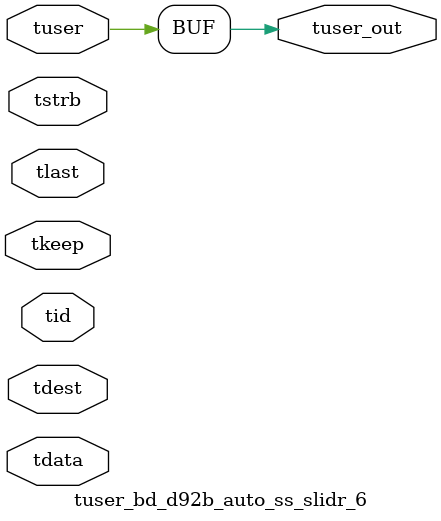
<source format=v>


`timescale 1ps/1ps

module tuser_bd_d92b_auto_ss_slidr_6 #
(
parameter C_S_AXIS_TUSER_WIDTH = 1,
parameter C_S_AXIS_TDATA_WIDTH = 32,
parameter C_S_AXIS_TID_WIDTH   = 0,
parameter C_S_AXIS_TDEST_WIDTH = 0,
parameter C_M_AXIS_TUSER_WIDTH = 1
)
(
input  [(C_S_AXIS_TUSER_WIDTH == 0 ? 1 : C_S_AXIS_TUSER_WIDTH)-1:0     ] tuser,
input  [(C_S_AXIS_TDATA_WIDTH == 0 ? 1 : C_S_AXIS_TDATA_WIDTH)-1:0     ] tdata,
input  [(C_S_AXIS_TID_WIDTH   == 0 ? 1 : C_S_AXIS_TID_WIDTH)-1:0       ] tid,
input  [(C_S_AXIS_TDEST_WIDTH == 0 ? 1 : C_S_AXIS_TDEST_WIDTH)-1:0     ] tdest,
input  [(C_S_AXIS_TDATA_WIDTH/8)-1:0 ] tkeep,
input  [(C_S_AXIS_TDATA_WIDTH/8)-1:0 ] tstrb,
input                                                                    tlast,
output [C_M_AXIS_TUSER_WIDTH-1:0] tuser_out
);

assign tuser_out = {tuser[0:0]};

endmodule


</source>
